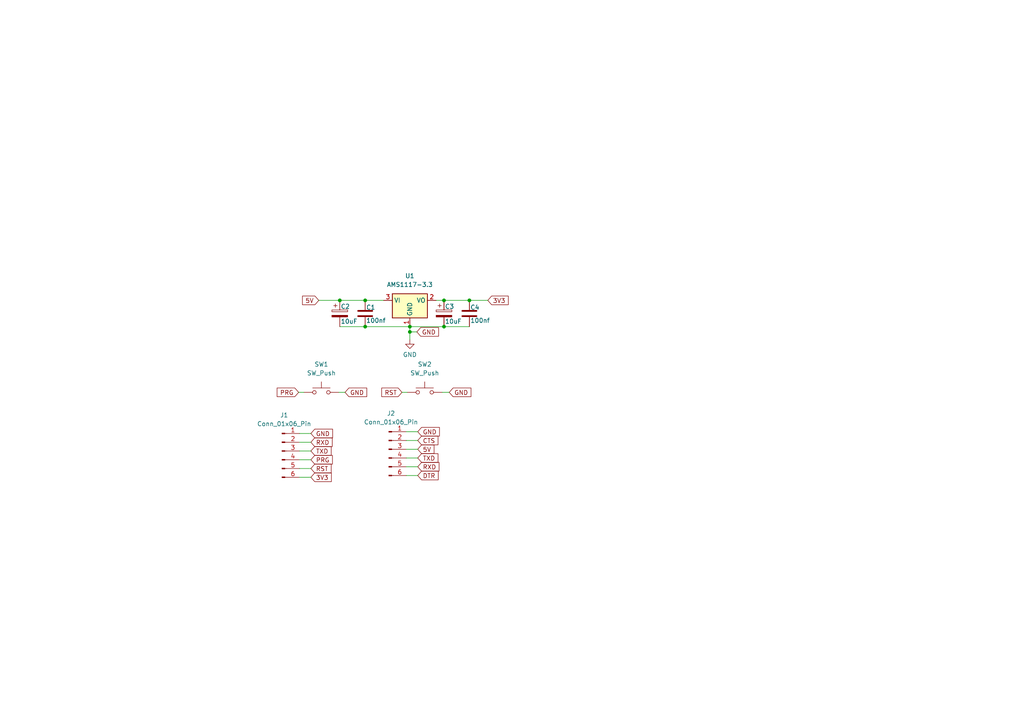
<source format=kicad_sch>
(kicad_sch (version 20230121) (generator eeschema)
  (paper "A4")
  (lib_symbols
    (symbol "Connector:Conn_01x06_Pin" (pin_names (offset 1.016) hide)
      (property "Reference" "J" (at 0 7.62 0))
      (property "Value" "Conn_01x06_Pin" (at 0 -10.16 0))
      (symbol "Conn_01x06_Pin_1_1"
        (polyline (pts (xy 1.27 -7.62) (xy 0.8636 -7.62)) (stroke (width 0.1524)))
        (polyline (pts (xy 1.27 -5.08) (xy 0.8636 -5.08)) (stroke (width 0.1524)))
        (polyline (pts (xy 1.27 -2.54) (xy 0.8636 -2.54)) (stroke (width 0.1524)))
        (polyline (pts (xy 1.27 0) (xy 0.8636 0)) (stroke (width 0.1524)))
        (polyline (pts (xy 1.27 2.54) (xy 0.8636 2.54)) (stroke (width 0.1524)))
        (polyline (pts (xy 1.27 5.08) (xy 0.8636 5.08)) (stroke (width 0.1524)))
        (rectangle (start 0.8636 -7.493) (end 0 -7.747) (stroke (width 0.1524)) (fill (type outline)))
        (rectangle (start 0.8636 -4.953) (end 0 -5.207) (stroke (width 0.1524)) (fill (type outline)))
        (rectangle (start 0.8636 -2.413) (end 0 -2.667) (stroke (width 0.1524)) (fill (type outline)))
        (rectangle (start 0.8636 0.127) (end 0 -0.127) (stroke (width 0.1524)) (fill (type outline)))
        (rectangle (start 0.8636 2.667) (end 0 2.413) (stroke (width 0.1524)) (fill (type outline)))
        (rectangle (start 0.8636 5.207) (end 0 4.953) (stroke (width 0.1524)) (fill (type outline)))
        (pin passive line (at 5.08 5.08 180) (length 3.81) (name "Pin_1") (number "1"))
        (pin passive line (at 5.08 2.54 180) (length 3.81) (name "Pin_2") (number "2"))
        (pin passive line (at 5.08 0 180) (length 3.81) (name "Pin_3") (number "3"))
        (pin passive line (at 5.08 -2.54 180) (length 3.81) (name "Pin_4") (number "4"))
        (pin passive line (at 5.08 -5.08 180) (length 3.81) (name "Pin_5") (number "5"))
        (pin passive line (at 5.08 -7.62 180) (length 3.81) (name "Pin_6") (number "6"))
      )
    )
    (symbol "Device:C" (pin_numbers hide) (pin_names (offset 0.254))
      (property "Reference" "C" (at 0.635 2.54 0))
      (property "Value" "C" (at 0.635 -2.54 0))
      (symbol "C_0_1"
        (polyline (pts (xy -2.032 -0.762) (xy 2.032 -0.762)) (stroke (width 0.508)))
        (polyline (pts (xy -2.032 0.762) (xy 2.032 0.762)) (stroke (width 0.508)))
      )
      (symbol "C_1_1"
        (pin passive line (at 0 3.81 270) (length 2.794) (name "~") (number "1"))
        (pin passive line (at 0 -3.81 90) (length 2.794) (name "~") (number "2"))
      )
    )
    (symbol "Device:C_Polarized" (pin_numbers hide) (pin_names (offset 0.254))
      (property "Reference" "C" (at 0.635 2.54 0))
      (property "Value" "C_Polarized" (at 0.635 -2.54 0))
      (symbol "C_Polarized_0_1"
        (rectangle (start -2.286 0.508) (end 2.286 1.016))
        (polyline (pts (xy -1.778 2.286) (xy -0.762 2.286)))
        (polyline (pts (xy -1.27 2.794) (xy -1.27 1.778)))
        (rectangle (start 2.286 -0.508) (end -2.286 -1.016) (fill (type outline)))
      )
      (symbol "C_Polarized_1_1"
        (pin passive line (at 0 3.81 270) (length 2.794) (name "~") (number "1"))
        (pin passive line (at 0 -3.81 90) (length 2.794) (name "~") (number "2"))
      )
    )
    (symbol "Regulator_Linear:AMS1117-3.3"
      (property "Reference" "U" (at -3.81 3.175 0))
      (property "Value" "AMS1117-3.3" (at 0 3.175 0))
      (symbol "AMS1117-3.3_0_1"
        (rectangle (start -5.08 -5.08) (end 5.08 1.905) (stroke (width 0.254)) (fill (type background)))
      )
      (symbol "AMS1117-3.3_1_1"
        (pin power_in line (at 0 -7.62 90) (length 2.54) (name "GND") (number "1"))
        (pin power_out line (at 7.62 0 180) (length 2.54) (name "VO") (number "2"))
        (pin power_in line (at -7.62 0 0) (length 2.54) (name "VI") (number "3"))
      )
    )
    (symbol "Switch:SW_Push" (pin_numbers hide) (pin_names (offset 1.016) hide)
      (property "Reference" "SW" (at 1.27 2.54 0))
      (property "Value" "SW_Push" (at 0 -1.524 0))
      (symbol "SW_Push_0_1"
        (circle (center -2.032 0) (radius 0.508))
        (polyline (pts (xy 0 1.27) (xy 0 3.048)))
        (polyline (pts (xy 2.54 1.27) (xy -2.54 1.27)))
        (circle (center 2.032 0) (radius 0.508))
        (pin passive line (at -5.08 0 0) (length 2.54) (name "1") (number "1"))
        (pin passive line (at 5.08 0 180) (length 2.54) (name "2") (number "2"))
      )
    )
    (symbol "power:GND" (power) (pin_names (offset 0))
      (property "Value" "GND" (at 0 -3.81 0))
      (symbol "GND_0_1"
        (polyline (pts (xy 0 0) (xy 0 -1.27) (xy 1.27 -1.27) (xy 0 -2.54) (xy -1.27 -1.27) (xy 0 -1.27)))
      )
      (symbol "GND_1_1"
        (pin power_in line (at 0 0 270) (length 0) hide (name "GND") (number "1"))
      )
    )
  )
  (junction (at 128.778 94.742))
  (junction (at 98.552 87.122))
  (junction (at 105.918 87.122))
  (junction (at 118.872 94.742))
  (junction (at 128.778 87.122))
  (junction (at 136.144 87.122))
  (junction (at 105.918 94.742))
  (junction (at 118.872 96.266))
  (wire (pts (xy 117.856 130.302) (xy 121.158 130.302)))
  (wire (pts (xy 86.868 125.73) (xy 90.17 125.73)))
  (wire (pts (xy 86.868 133.35) (xy 90.17 133.35)))
  (wire (pts (xy 118.872 96.266) (xy 120.904 96.266)))
  (wire (pts (xy 128.27 113.792) (xy 130.302 113.792)))
  (wire (pts (xy 117.856 125.222) (xy 121.158 125.222)))
  (wire (pts (xy 98.552 87.122) (xy 105.918 87.122)))
  (wire (pts (xy 117.856 137.922) (xy 121.158 137.922)))
  (wire (pts (xy 128.778 94.742) (xy 136.144 94.742)))
  (wire (pts (xy 118.872 94.742) (xy 118.872 96.266)))
  (wire (pts (xy 126.492 87.122) (xy 128.778 87.122)))
  (wire (pts (xy 105.918 87.122) (xy 111.252 87.122)))
  (wire (pts (xy 86.614 113.792) (xy 88.138 113.792)))
  (wire (pts (xy 86.868 130.81) (xy 90.17 130.81)))
  (wire (pts (xy 117.856 127.762) (xy 121.158 127.762)))
  (wire (pts (xy 117.856 135.382) (xy 121.158 135.382)))
  (wire (pts (xy 86.868 138.43) (xy 90.17 138.43)))
  (wire (pts (xy 86.868 128.27) (xy 90.17 128.27)))
  (wire (pts (xy 98.298 113.792) (xy 100.076 113.792)))
  (wire (pts (xy 116.586 113.792) (xy 118.11 113.792)))
  (wire (pts (xy 92.456 87.122) (xy 98.552 87.122)))
  (wire (pts (xy 98.552 94.742) (xy 105.918 94.742)))
  (wire (pts (xy 128.778 87.122) (xy 136.144 87.122)))
  (wire (pts (xy 136.144 87.122) (xy 141.478 87.122)))
  (wire (pts (xy 118.872 96.266) (xy 118.872 98.552)))
  (wire (pts (xy 86.868 135.89) (xy 90.17 135.89)))
  (wire (pts (xy 117.856 132.842) (xy 121.158 132.842)))
  (wire (pts (xy 118.872 94.742) (xy 128.778 94.742)))
  (wire (pts (xy 105.918 94.742) (xy 118.872 94.742)))
  (global_label "DTR" (shape input) (at 121.158 137.922 0) (property "Intersheetrefs" "${INTERSHEET_REFS}" (effects hide)))
  (global_label "PRG" (shape input) (at 90.17 133.35 0) (property "Intersheetrefs" "${INTERSHEET_REFS}" (effects hide)))
  (global_label "GND" (shape input) (at 130.302 113.792 0) (property "Intersheetrefs" "${INTERSHEET_REFS}" (effects hide)))
  (global_label "TXD" (shape input) (at 121.158 132.842 0) (property "Intersheetrefs" "${INTERSHEET_REFS}" (effects hide)))
  (global_label "5V" (shape input) (at 121.158 130.302 0) (property "Intersheetrefs" "${INTERSHEET_REFS}" (effects hide)))
  (global_label "PRG" (shape input) (at 86.614 113.792 180) (property "Intersheetrefs" "${INTERSHEET_REFS}" (effects hide)))
  (global_label "3V3" (shape input) (at 90.17 138.43 0) (property "Intersheetrefs" "${INTERSHEET_REFS}" (effects hide)))
  (global_label "RXD" (shape input) (at 121.158 135.382 0) (property "Intersheetrefs" "${INTERSHEET_REFS}" (effects hide)))
  (global_label "GND" (shape input) (at 121.158 125.222 0) (property "Intersheetrefs" "${INTERSHEET_REFS}" (effects hide)))
  (global_label "RST" (shape input) (at 116.586 113.792 180) (property "Intersheetrefs" "${INTERSHEET_REFS}" (effects hide)))
  (global_label "RST" (shape input) (at 90.17 135.89 0) (property "Intersheetrefs" "${INTERSHEET_REFS}" (effects hide)))
  (global_label "GND" (shape input) (at 100.076 113.792 0) (property "Intersheetrefs" "${INTERSHEET_REFS}" (effects hide)))
  (global_label "GND" (shape input) (at 120.904 96.266 0) (property "Intersheetrefs" "${INTERSHEET_REFS}" (effects hide)))
  (global_label "CTS" (shape input) (at 121.158 127.762 0) (property "Intersheetrefs" "${INTERSHEET_REFS}" (effects hide)))
  (global_label "RXD" (shape input) (at 90.17 128.27 0) (property "Intersheetrefs" "${INTERSHEET_REFS}" (effects hide)))
  (global_label "GND" (shape input) (at 90.17 125.73 0) (property "Intersheetrefs" "${INTERSHEET_REFS}" (effects hide)))
  (global_label "5V" (shape input) (at 92.456 87.122 180) (property "Intersheetrefs" "${INTERSHEET_REFS}" (effects hide)))
  (global_label "3V3" (shape input) (at 141.478 87.122 0) (property "Intersheetrefs" "${INTERSHEET_REFS}" (effects hide)))
  (global_label "TXD" (shape input) (at 90.17 130.81 0) (property "Intersheetrefs" "${INTERSHEET_REFS}" (effects hide)))
  (symbol (lib_id "Connector:Conn_01x06_Pin") (at 81.788 130.81 0) (unit 1)
    (property "Reference" "J1" (at 82.423 120.396 0))
    (property "Value" "Conn_01x06_Pin" (at 82.423 122.936 0))
    (property "Footprint" "Connector_PinHeader_2.00mm:PinHeader_1x06_P2.00mm_Vertical" (effects hide))
  )
  (symbol (lib_id "Switch:SW_Push") (at 93.218 113.792 0) (unit 1)
    (property "Reference" "SW1" (at 93.218 105.664 0))
    (property "Value" "SW_Push" (at 93.218 108.204 0))
    (property "Footprint" "Button_Switch_SMD:SW_Push_1P1T_NO_6x6mm_H9.5mm" (effects hide))
  )
  (symbol (lib_id "Device:C_Polarized") (at 98.552 90.932 0) (unit 1)
    (property "Reference" "C2" (at 98.806 88.9 0) (effects (justify left)))
    (property "Value" "10uF" (at 98.806 93.218 0) (effects (justify left)))
    (property "Footprint" "Capacitor_SMD:CP_Elec_3x5.3" (effects hide))
  )
  (symbol (lib_id "power:GND") (at 118.872 98.552 0) (unit 1)
    (property "Reference" "#PWR01" (effects hide))
    (property "Value" "GND" (at 118.872 102.87 0))
  )
  (symbol (lib_id "Regulator_Linear:AMS1117-3.3") (at 118.872 87.122 0) (unit 1)
    (property "Reference" "U1" (at 118.872 80.01 0))
    (property "Value" "AMS1117-3.3" (at 118.872 82.55 0))
    (property "Footprint" "Package_TO_SOT_SMD:SOT-223-3_TabPin2" (effects hide))
    (property "Datasheet" "http://www.advanced-monolithic.com/pdf/ds1117.pdf" (effects hide))
  )
  (symbol (lib_id "Device:C") (at 136.144 90.932 0) (unit 1)
    (property "Reference" "C4" (at 136.398 89.154 0) (effects (justify left)))
    (property "Value" "100nf" (at 136.398 92.964 0) (effects (justify left)))
    (property "Footprint" "Capacitor_SMD:C_1206_3216Metric_Pad1.33x1.80mm_HandSolder" (effects hide))
  )
  (symbol (lib_id "Device:C") (at 105.918 90.932 0) (unit 1)
    (property "Reference" "C1" (at 106.172 89.154 0) (effects (justify left)))
    (property "Value" "100nf" (at 106.172 92.964 0) (effects (justify left)))
    (property "Footprint" "Capacitor_SMD:C_1206_3216Metric_Pad1.33x1.80mm_HandSolder" (effects hide))
  )
  (symbol (lib_id "Switch:SW_Push") (at 123.19 113.792 0) (unit 1)
    (property "Reference" "SW2" (at 123.19 105.664 0))
    (property "Value" "SW_Push" (at 123.19 108.204 0))
    (property "Footprint" "Button_Switch_SMD:SW_Push_1P1T_NO_6x6mm_H9.5mm" (effects hide))
  )
  (symbol (lib_id "Device:C_Polarized") (at 128.778 90.932 0) (unit 1)
    (property "Reference" "C3" (at 129.032 88.9 0) (effects (justify left)))
    (property "Value" "10uF" (at 129.032 93.218 0) (effects (justify left)))
    (property "Footprint" "Capacitor_SMD:CP_Elec_3x5.3" (effects hide))
  )
  (symbol (lib_id "Connector:Conn_01x06_Pin") (at 112.776 130.302 0) (unit 1)
    (property "Reference" "J2" (at 113.411 119.888 0))
    (property "Value" "Conn_01x06_Pin" (at 113.411 122.428 0))
    (property "Footprint" "Connector_PinSocket_2.54mm:PinSocket_1x06_P2.54mm_Vertical" (effects hide))
  )
)
</source>
